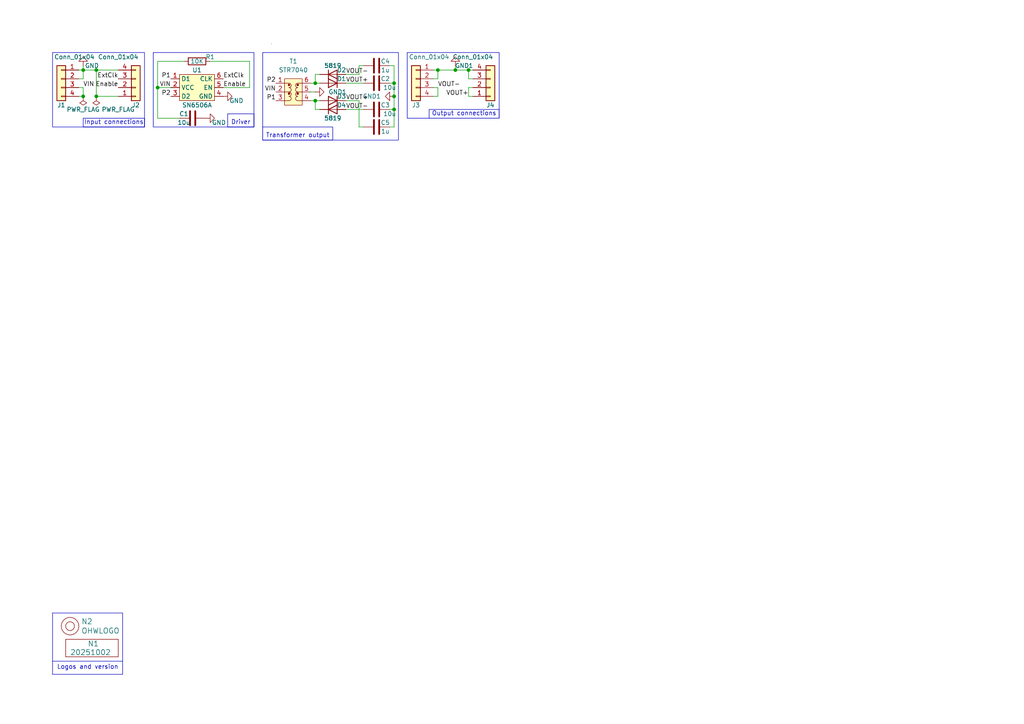
<source format=kicad_sch>
(kicad_sch (version 20250114) (generator "eeschema") (generator_version "9.0")
  (paper "A4")
  (lib_symbols
    (symbol "Connector_Generic:Conn_01x04" (pin_names (offset 1.016) (hide yes))
      (property "Reference" "J" (at 0 5.08 0))
      (property "Value" "Conn_01x04" (at 0 -7.62 0))
      (symbol "Conn_01x04_1_1"
        (rectangle (start -1.27 3.81) (end 1.27 -6.35) (stroke (width 0.254)) (fill (type background)))
        (rectangle (start -1.27 2.667) (end 0 2.413) (stroke (width 0.1524)))
        (rectangle (start -1.27 0.127) (end 0 -0.127) (stroke (width 0.1524)))
        (rectangle (start -1.27 -2.413) (end 0 -2.667) (stroke (width 0.1524)))
        (rectangle (start -1.27 -4.953) (end 0 -5.207) (stroke (width 0.1524)))
        (pin passive line (at -5.08 2.54 0) (length 3.81) (name "Pin_1") (number "1"))
        (pin passive line (at -5.08 0 0) (length 3.81) (name "Pin_2") (number "2"))
        (pin passive line (at -5.08 -2.54 0) (length 3.81) (name "Pin_3") (number "3"))
        (pin passive line (at -5.08 -5.08 0) (length 3.81) (name "Pin_4") (number "4"))
      )
    )
    (symbol "Device:C" (pin_numbers (hide yes)) (pin_names (offset 0.254))
      (property "Reference" "C" (at 0.635 2.54 0))
      (property "Value" "C" (at 0.635 -2.54 0))
      (symbol "C_0_1"
        (polyline (pts (xy -2.032 0.762) (xy 2.032 0.762)) (stroke (width 0.508)))
        (polyline (pts (xy -2.032 -0.762) (xy 2.032 -0.762)) (stroke (width 0.508)))
      )
      (symbol "C_1_1"
        (pin passive line (at 0 3.81 270) (length 2.794) (name "~") (number "1"))
        (pin passive line (at 0 -3.81 90) (length 2.794) (name "~") (number "2"))
      )
    )
    (symbol "Device:D" (pin_numbers (hide yes)) (pin_names (offset 1.016) (hide yes))
      (property "Reference" "D" (at 0 2.54 0))
      (property "Value" "D" (at 0 -2.54 0))
      (symbol "D_0_1"
        (polyline (pts (xy -1.27 1.27) (xy -1.27 -1.27)) (stroke (width 0.254)))
        (polyline (pts (xy 1.27 1.27) (xy 1.27 -1.27) (xy -1.27 0) (xy 1.27 1.27)) (stroke (width 0.254)))
        (polyline (pts (xy 1.27 0) (xy -1.27 0)))
      )
      (symbol "D_1_1"
        (pin passive line (at -3.81 0 0) (length 2.54) (name "K") (number "1"))
        (pin passive line (at 3.81 0 180) (length 2.54) (name "A") (number "2"))
      )
    )
    (symbol "Device:R" (pin_numbers (hide yes)) (pin_names (offset 0))
      (property "Reference" "R" (at 2.032 0 90))
      (property "Value" "R" (at 0 0 90))
      (symbol "R_0_1"
        (rectangle (start -1.016 -2.54) (end 1.016 2.54) (stroke (width 0.254)))
      )
      (symbol "R_1_1"
        (pin passive line (at 0 3.81 270) (length 1.27) (name "~") (number "1"))
        (pin passive line (at 0 -3.81 90) (length 1.27) (name "~") (number "2"))
      )
    )
    (symbol "SquantorLabels:OHWLOGO" (pin_names (offset 1.016))
      (property "Reference" "N" (at 0 3.81 0))
      (property "Value" "OHWLOGO" (at 0 -3.81 0))
      (symbol "OHWLOGO_0_1"
        (circle (center 0 0) (radius 1.27))
        (circle (center 0 0) (radius 2.54))
      )
    )
    (symbol "SquantorLabels:VYYYYMMDD" (pin_names (offset 1.016))
      (property "Reference" "N" (at 0 2.54 0))
      (property "Value" "VYYYYMMDD" (at 0 0 0))
      (symbol "VYYYYMMDD_0_1"
        (rectangle (start 7.62 -1.27) (end -7.62 3.81))
      )
    )
    (symbol "SquantorTexasInstruments:SN6506"
      (property "Reference" "U" (at 0 5.08 0))
      (symbol "SN6506_1_1"
        (rectangle (start -5.08 3.81) (end 5.08 -3.81) (fill (type background)))
        (pin input line (at -7.62 2.54 0) (length 2.54) (name "D1") (number "1"))
        (pin power_in line (at -7.62 0 0) (length 2.54) (name "VCC") (number "2"))
        (pin input line (at -7.62 -2.54 0) (length 2.54) (name "D2") (number "3"))
        (pin input line (at 7.62 2.54 180) (length 2.54) (name "CLK") (number "6"))
        (pin input line (at 7.62 0 180) (length 2.54) (name "EN") (number "5"))
        (pin power_in line (at 7.62 -2.54 180) (length 2.54) (name "GND") (number "4"))
      )
    )
    (symbol "SquantorVPSC:T_6pin" (pin_names (hide yes))
      (property "Reference" "T" (at 0 5.08 0))
      (symbol "T_6pin_1_1"
        (rectangle (start -2.54 3.81) (end 2.54 -3.81) (fill (type background)))
        (polyline (pts (xy -2.54 2.54) (xy -1.27 2.54)))
        (polyline (pts (xy -2.54 0) (xy -1.27 0)))
        (polyline (pts (xy -2.54 -2.54) (xy -1.27 -2.54)))
        (circle (center -1.27 2.032) (radius 0.254) (fill (type outline)))
        (arc (start -1.27 2.54) (mid -0.635 1.905) (end -1.27 1.27))
        (arc (start -1.27 1.27) (mid -0.635 0.635) (end -1.27 0))
        (circle (center -1.27 -0.508) (radius 0.254) (fill (type outline)))
        (arc (start -1.27 0) (mid -0.635 -0.635) (end -1.27 -1.27))
        (arc (start -1.27 -1.27) (mid -0.635 -1.905) (end -1.27 -2.54))
        (circle (center 1.27 2.032) (radius 0.254) (fill (type outline)))
        (arc (start 1.27 1.27) (mid 0.635 1.905) (end 1.27 2.54))
        (arc (start 1.27 0) (mid 0.635 0.635) (end 1.27 1.27))
        (circle (center 1.27 -0.508) (radius 0.254) (fill (type outline)))
        (arc (start 1.27 -1.27) (mid 0.635 -0.635) (end 1.27 0))
        (arc (start 1.27 -2.54) (mid 0.635 -1.905) (end 1.27 -1.27))
        (polyline (pts (xy 2.54 2.54) (xy 1.27 2.54)))
        (polyline (pts (xy 2.54 0) (xy 1.27 0)))
        (polyline (pts (xy 2.54 -2.54) (xy 1.27 -2.54)))
        (pin passive line (at -5.08 2.54 0) (length 2.54) (name "N1_1") (number "1"))
        (pin passive line (at -5.08 0 0) (length 2.54) (name "N1_2") (number "2"))
        (pin passive line (at -5.08 -2.54 0) (length 2.54) (name "N1_3") (number "3"))
        (pin passive line (at 5.08 2.54 180) (length 2.54) (name "N2_1") (number "6"))
        (pin passive line (at 5.08 0 180) (length 2.54) (name "N2_2") (number "5"))
        (pin passive line (at 5.08 -2.54 180) (length 2.54) (name "N2_3") (number "4"))
      )
    )
    (symbol "power:GND" (power) (pin_numbers (hide yes)) (pin_names (offset 0) (hide yes))
      (property "Value" "GND" (at 0 -3.81 0))
      (symbol "GND_0_1"
        (polyline (pts (xy 0 0) (xy 0 -1.27) (xy 1.27 -1.27) (xy 0 -2.54) (xy -1.27 -1.27) (xy 0 -1.27)))
      )
      (symbol "GND_1_1"
        (pin power_in line (at 0 0 270) (length 0) (name "~") (number "1"))
      )
    )
    (symbol "power:GND1" (power) (pin_numbers (hide yes)) (pin_names (offset 0) (hide yes))
      (property "Value" "GND1" (at 0 -3.81 0))
      (symbol "GND1_0_1"
        (polyline (pts (xy 0 0) (xy 0 -1.27) (xy 1.27 -1.27) (xy 0 -2.54) (xy -1.27 -1.27) (xy 0 -1.27)))
      )
      (symbol "GND1_1_1"
        (pin power_in line (at 0 0 270) (length 0) (name "~") (number "1"))
      )
    )
    (symbol "power:PWR_FLAG" (power) (pin_numbers (hide yes)) (pin_names (offset 0) (hide yes))
      (property "Value" "PWR_FLAG" (at 0 3.81 0))
      (symbol "PWR_FLAG_0_0"
        (pin power_out line (at 0 0 90) (length 0) (name "~") (number "1"))
      )
      (symbol "PWR_FLAG_0_1"
        (polyline (pts (xy 0 0) (xy 0 1.27) (xy -1.016 1.905) (xy 0 2.54) (xy 1.016 1.905) (xy 0 1.27)))
      )
    )
  )
  (rectangle (start 44.45 15.24) (end 73.66 36.83))
  (rectangle (start 24.13 34.29) (end 41.91 36.83))
  (rectangle (start 76.2 36.83) (end 96.52 40.64))
  (rectangle (start 66.04 33.02) (end 73.66 36.83))
  (rectangle (start 76.2 15.24) (end 115.57 40.64))
  (rectangle (start 124.46 31.75) (end 144.78 34.29))
  (rectangle (start 15.24 15.24) (end 41.91 36.83))
  (rectangle (start 78.74 12.7) (end 78.74 12.7))
  (rectangle (start 118.11 15.24) (end 144.78 34.29))
  (text "Output connections" (at 134.62 33.02 0) (effects (font (size 1.27 1.27))))
  (text "Driver" (at 69.85 35.56 0) (effects (font (size 1.27 1.27))))
  (text "Logos and version" (at 16.51 194.31 0) (effects (font (size 1.27 1.27)) (justify left bottom)))
  (text "Transformer output" (at 86.36 39.37 0) (effects (font (size 1.27 1.27))))
  (text "Input connections" (at 33.02 35.56 0) (effects (font (size 1.27 1.27))))
  (junction (at 27.94 20.32))
  (junction (at 114.3 31.75))
  (junction (at 27.94 27.94))
  (junction (at 24.13 27.94))
  (junction (at 114.3 24.13))
  (junction (at 135.89 20.32))
  (junction (at 127 20.32))
  (junction (at 91.44 24.13))
  (junction (at 132.08 20.32))
  (junction (at 91.44 29.21))
  (junction (at 114.3 27.94))
  (junction (at 24.13 20.32))
  (junction (at 45.72 25.4))
  (wire (pts (xy 45.72 25.4) (xy 45.72 17.78)))
  (wire (pts (xy 104.14 19.05) (xy 104.14 21.59)))
  (wire (pts (xy 52.07 34.29) (xy 45.72 34.29)))
  (wire (pts (xy 137.16 25.4) (xy 135.89 25.4)))
  (wire (pts (xy 113.03 36.83) (xy 114.3 36.83)))
  (wire (pts (xy 100.33 24.13) (xy 105.41 24.13)))
  (polyline (pts (xy 15.24 177.8) (xy 15.24 195.58)))
  (polyline (pts (xy 35.56 177.8) (xy 15.24 177.8)))
  (wire (pts (xy 135.89 27.94) (xy 137.16 27.94)))
  (wire (pts (xy 127 25.4) (xy 127 27.94)))
  (wire (pts (xy 135.89 22.86) (xy 135.89 20.32)))
  (wire (pts (xy 72.39 25.4) (xy 72.39 17.78)))
  (wire (pts (xy 90.17 24.13) (xy 91.44 24.13)))
  (wire (pts (xy 49.53 25.4) (xy 45.72 25.4)))
  (wire (pts (xy 114.3 24.13) (xy 114.3 27.94)))
  (wire (pts (xy 27.94 27.94) (xy 34.29 27.94)))
  (wire (pts (xy 105.41 19.05) (xy 104.14 19.05)))
  (wire (pts (xy 45.72 17.78) (xy 53.34 17.78)))
  (wire (pts (xy 104.14 36.83) (xy 105.41 36.83)))
  (wire (pts (xy 24.13 20.32) (xy 24.13 22.86)))
  (wire (pts (xy 113.03 19.05) (xy 114.3 19.05)))
  (wire (pts (xy 91.44 24.13) (xy 91.44 21.59)))
  (wire (pts (xy 91.44 24.13) (xy 92.71 24.13)))
  (wire (pts (xy 72.39 17.78) (xy 60.96 17.78)))
  (wire (pts (xy 100.33 31.75) (xy 105.41 31.75)))
  (wire (pts (xy 125.73 20.32) (xy 127 20.32)))
  (wire (pts (xy 91.44 29.21) (xy 92.71 29.21)))
  (wire (pts (xy 27.94 20.32) (xy 27.94 27.94)))
  (wire (pts (xy 64.77 25.4) (xy 72.39 25.4)))
  (wire (pts (xy 22.86 20.32) (xy 24.13 20.32)))
  (wire (pts (xy 132.08 20.32) (xy 135.89 20.32)))
  (wire (pts (xy 113.03 24.13) (xy 114.3 24.13)))
  (wire (pts (xy 92.71 31.75) (xy 91.44 31.75)))
  (wire (pts (xy 137.16 22.86) (xy 135.89 22.86)))
  (wire (pts (xy 135.89 20.32) (xy 137.16 20.32)))
  (wire (pts (xy 22.86 22.86) (xy 24.13 22.86)))
  (wire (pts (xy 113.03 31.75) (xy 114.3 31.75)))
  (wire (pts (xy 24.13 27.94) (xy 24.13 25.4)))
  (wire (pts (xy 24.13 19.05) (xy 24.13 20.32)))
  (wire (pts (xy 91.44 29.21) (xy 91.44 31.75)))
  (wire (pts (xy 24.13 20.32) (xy 27.94 20.32)))
  (wire (pts (xy 22.86 27.94) (xy 24.13 27.94)))
  (polyline (pts (xy 35.56 195.58) (xy 35.56 177.8)))
  (wire (pts (xy 45.72 34.29) (xy 45.72 25.4)))
  (polyline (pts (xy 15.24 195.58) (xy 35.56 195.58)))
  (wire (pts (xy 100.33 21.59) (xy 104.14 21.59)))
  (wire (pts (xy 114.3 19.05) (xy 114.3 24.13)))
  (wire (pts (xy 135.89 25.4) (xy 135.89 27.94)))
  (wire (pts (xy 90.17 26.67) (xy 91.44 26.67)))
  (wire (pts (xy 132.08 20.32) (xy 132.08 19.05)))
  (wire (pts (xy 125.73 27.94) (xy 127 27.94)))
  (wire (pts (xy 100.33 29.21) (xy 104.14 29.21)))
  (wire (pts (xy 104.14 29.21) (xy 104.14 36.83)))
  (wire (pts (xy 114.3 27.94) (xy 114.3 31.75)))
  (wire (pts (xy 125.73 25.4) (xy 127 25.4)))
  (wire (pts (xy 22.86 25.4) (xy 24.13 25.4)))
  (wire (pts (xy 127 20.32) (xy 132.08 20.32)))
  (wire (pts (xy 114.3 36.83) (xy 114.3 31.75)))
  (wire (pts (xy 90.17 29.21) (xy 91.44 29.21)))
  (polyline (pts (xy 15.24 191.77) (xy 35.56 191.77)))
  (wire (pts (xy 125.73 22.86) (xy 127 22.86)))
  (wire (pts (xy 91.44 21.59) (xy 92.71 21.59)))
  (wire (pts (xy 34.29 20.32) (xy 27.94 20.32)))
  (wire (pts (xy 127 22.86) (xy 127 20.32)))
  (label "ExtClk" (at 34.29 22.86 180))
  (label "VIN" (at 24.13 25.4 0))
  (label "P2" (at 80.01 24.13 180))
  (label "VIN" (at 49.53 25.4 180))
  (label "ExtClk" (at 64.77 22.86 0))
  (label "P1" (at 49.53 22.86 180))
  (label "P1" (at 80.01 29.21 180))
  (label "VOUT+" (at 135.89 27.94 180))
  (label "VIN" (at 80.01 26.67 180))
  (label "Enable" (at 64.77 25.4 0))
  (label "P2" (at 49.53 27.94 180))
  (label "VOUT-" (at 100.33 31.75 0))
  (label "VOUT+" (at 100.33 29.21 0))
  (label "VOUT+" (at 100.33 24.13 0))
  (label "VOUT-" (at 127 25.4 0))
  (label "Enable" (at 34.29 25.4 180))
  (label "VOUT-" (at 100.33 21.59 0))
  (symbol (lib_id "SquantorLabels:VYYYYMMDD") (at 26.67 189.23 0) (unit 1)
    (property "Reference" "N1" (at 25.4 186.69 0) (effects (font (size 1.524 1.524)) (justify left)))
    (property "Value" "20251002" (at 20.32 189.23 0) (effects (font (size 1.524 1.524)) (justify left)))
    (property "Footprint" "SquantorLabels:Label_Generic" (effects (hide yes)))
  )
  (symbol (lib_id "SquantorLabels:OHWLOGO") (at 20.32 181.61 0) (unit 1)
    (property "Reference" "N2" (at 23.5712 180.2638 0) (effects (font (size 1.524 1.524)) (justify left)))
    (property "Value" "OHWLOGO" (at 23.5712 182.9562 0) (effects (font (size 1.524 1.524)) (justify left)))
    (property "Footprint" "Symbol:OSHW-Symbol_6.7x6mm_SilkScreen" (effects (hide yes)))
  )
  (symbol (lib_id "power:GND") (at 64.77 27.94 90) (unit 1)
    (property "Reference" "#PWR03" (effects (hide yes)))
    (property "Value" "GND" (at 68.58 29.21 90))
    (property "Description" "Power symbol creates a global label with name \"GND\" , ground" (effects (hide yes)))
  )
  (symbol (lib_id "power:GND") (at 24.13 19.05 180) (unit 1)
    (property "Reference" "#PWR01" (effects (hide yes)))
    (property "Value" "GND" (at 26.67 19.05 0))
    (property "Description" "Power symbol creates a global label with name \"GND\" , ground" (effects (hide yes)))
  )
  (symbol (lib_id "Device:D") (at 96.52 24.13 180) (unit 1)
    (property "Reference" "D1" (at 99.06 22.86 0))
    (property "Value" "5819" (at 96.52 19.05 0))
    (property "Footprint" "SquantorDiodes:SOD-323HE-shikues" (effects (hide yes)))
    (property "Description" "Diode" (effects (hide yes)))
    (property "Sim.Device" "D" (effects (hide yes)))
    (property "Sim.Pins" "1=K 2=A" (effects (hide yes)))
  )
  (symbol (lib_id "Device:R") (at 57.15 17.78 90) (unit 1)
    (property "Reference" "R1" (at 60.96 16.51 90))
    (property "Value" "10K" (at 57.15 17.78 90))
    (property "Footprint" "SquantorResistor:R_0603_hand" (effects (hide yes)))
    (property "Description" "Resistor" (effects (hide yes)))
  )
  (symbol (lib_id "Connector_Generic:Conn_01x04") (at 142.24 25.4 0) (mirror x) (unit 1)
    (property "Reference" "J4" (at 142.24 30.48 0))
    (property "Value" "Conn_01x04" (at 137.16 16.51 0))
    (property "Footprint" "SquantorConnectors:Header-0254-1X04-H010" (effects (hide yes)))
    (property "Description" "Generic connector, single row, 01x04, script generated (kicad-library-utils/schlib/autogen/connector/)" (effects (hide yes)))
  )
  (symbol (lib_id "Connector_Generic:Conn_01x04") (at 120.65 22.86 0) (mirror y) (unit 1)
    (property "Reference" "J3" (at 120.65 30.48 0))
    (property "Value" "Conn_01x04" (at 124.46 16.51 0))
    (property "Footprint" "SquantorConnectors:Header-0254-1X04-H010" (effects (hide yes)))
    (property "Description" "Generic connector, single row, 01x04, script generated (kicad-library-utils/schlib/autogen/connector/)" (effects (hide yes)))
  )
  (symbol (lib_id "SquantorTexasInstruments:SN6506") (at 57.15 25.4 0) (unit 1)
    (property "Reference" "U1" (at 57.15 20.32 0))
    (property "Value" "SN6506A" (at 57.15 30.48 0))
    (property "Footprint" "SquantorIC:SOT23-6-TI" (effects (hide yes)))
  )
  (symbol (lib_id "power:GND1") (at 91.44 26.67 90) (unit 1)
    (property "Reference" "#PWR04" (effects (hide yes)))
    (property "Value" "GND1" (at 95.25 26.6699 90) (effects (justify right)))
    (property "Description" "Power symbol creates a global label with name \"GND1\" , ground" (effects (hide yes)))
  )
  (symbol (lib_id "power:GND1") (at 132.08 19.05 0) (mirror x) (unit 1)
    (property "Reference" "#PWR06" (effects (hide yes)))
    (property "Value" "GND1" (at 134.62 19.05 0))
    (property "Description" "Power symbol creates a global label with name \"GND1\" , ground" (effects (hide yes)))
  )
  (symbol (lib_id "Device:D") (at 96.52 21.59 0) (unit 1)
    (property "Reference" "D2" (at 99.06 20.32 0))
    (property "Value" "5819" (at 96.52 19.05 0))
    (property "Footprint" "SquantorDiodes:SOD-323HE-shikues" (effects (hide yes)))
    (property "Description" "Diode" (effects (hide yes)))
    (property "Sim.Device" "D" (effects (hide yes)))
    (property "Sim.Pins" "1=K 2=A" (effects (hide yes)))
  )
  (symbol (lib_id "Device:D") (at 96.52 31.75 0) (unit 1)
    (property "Reference" "D4" (at 99.06 30.48 0))
    (property "Value" "5819" (at 96.52 34.29 0))
    (property "Footprint" "SquantorDiodes:SOD-323HE-shikues" (effects (hide yes)))
    (property "Description" "Diode" (effects (hide yes)))
    (property "Sim.Device" "D" (effects (hide yes)))
    (property "Sim.Pins" "1=K 2=A" (effects (hide yes)))
  )
  (symbol (lib_id "power:GND1") (at 114.3 27.94 270) (unit 1)
    (property "Reference" "#PWR05" (effects (hide yes)))
    (property "Value" "GND1" (at 110.49 27.9399 90) (effects (justify right)))
    (property "Description" "Power symbol creates a global label with name \"GND1\" , ground" (effects (hide yes)))
  )
  (symbol (lib_id "Device:C") (at 109.22 36.83 90) (unit 1)
    (property "Reference" "C5" (at 111.76 35.56 90))
    (property "Value" "1u" (at 111.76 38.1 90))
    (property "Footprint" "SquantorCapacitor:C_0603" (effects (hide yes)))
    (property "Description" "Unpolarized capacitor" (effects (hide yes)))
  )
  (symbol (lib_id "Device:C") (at 109.22 24.13 90) (unit 1)
    (property "Reference" "C2" (at 111.76 22.86 90))
    (property "Value" "10u" (at 113.03 25.4 90))
    (property "Footprint" "SquantorCapacitor:C_1206_0805" (effects (hide yes)))
    (property "Description" "Unpolarized capacitor" (effects (hide yes)))
  )
  (symbol (lib_id "Device:D") (at 96.52 29.21 180) (unit 1)
    (property "Reference" "D3" (at 99.06 27.94 0))
    (property "Value" "5819" (at 96.52 34.29 0))
    (property "Footprint" "SquantorDiodes:SOD-323HE-shikues" (effects (hide yes)))
    (property "Description" "Diode" (effects (hide yes)))
    (property "Sim.Device" "D" (effects (hide yes)))
    (property "Sim.Pins" "1=K 2=A" (effects (hide yes)))
  )
  (symbol (lib_id "SquantorVPSC:T_6pin") (at 85.09 26.67 0) (unit 1)
    (property "Reference" "T1" (at 85.09 17.78 0))
    (property "Value" "STR7040" (at 85.09 20.32 0))
    (property "Footprint" "SquantorFangCheng:T-3_8W-6Pin_hand" (effects (hide yes)))
  )
  (symbol (lib_id "power:PWR_FLAG") (at 27.94 27.94 180) (unit 1)
    (property "Reference" "#FLG01" (effects (hide yes)))
    (property "Value" "PWR_FLAG" (at 34.29 31.75 0))
    (property "Description" "Special symbol for telling ERC where power comes from" (effects (hide yes)))
  )
  (symbol (lib_id "Device:C") (at 109.22 31.75 90) (unit 1)
    (property "Reference" "C3" (at 111.76 30.48 90))
    (property "Value" "10u" (at 113.03 33.02 90))
    (property "Footprint" "SquantorCapacitor:C_1206_0805" (effects (hide yes)))
    (property "Description" "Unpolarized capacitor" (effects (hide yes)))
  )
  (symbol (lib_id "power:PWR_FLAG") (at 24.13 27.94 0) (mirror x) (unit 1)
    (property "Reference" "#FLG02" (effects (hide yes)))
    (property "Value" "PWR_FLAG" (at 24.13 31.75 0))
    (property "Description" "Special symbol for telling ERC where power comes from" (effects (hide yes)))
  )
  (symbol (lib_id "power:GND") (at 59.69 34.29 90) (unit 1)
    (property "Reference" "#PWR02" (effects (hide yes)))
    (property "Value" "GND" (at 63.5 35.56 90))
    (property "Description" "Power symbol creates a global label with name \"GND\" , ground" (effects (hide yes)))
  )
  (symbol (lib_id "Device:C") (at 109.22 19.05 90) (unit 1)
    (property "Reference" "C4" (at 111.76 17.78 90))
    (property "Value" "1u" (at 111.76 20.32 90))
    (property "Footprint" "SquantorCapacitor:C_0603" (effects (hide yes)))
    (property "Description" "Unpolarized capacitor" (effects (hide yes)))
  )
  (symbol (lib_id "Connector_Generic:Conn_01x04") (at 39.37 25.4 0) (mirror x) (unit 1)
    (property "Reference" "J2" (at 39.37 30.48 0))
    (property "Value" "Conn_01x04" (at 34.29 16.51 0))
    (property "Footprint" "SquantorConnectors:Header-0254-1X04-H010" (effects (hide yes)))
    (property "Description" "Generic connector, single row, 01x04, script generated (kicad-library-utils/schlib/autogen/connector/)" (effects (hide yes)))
  )
  (symbol (lib_id "Connector_Generic:Conn_01x04") (at 17.78 22.86 0) (mirror y) (unit 1)
    (property "Reference" "J1" (at 17.78 30.48 0))
    (property "Value" "Conn_01x04" (at 21.59 16.51 0))
    (property "Footprint" "SquantorConnectors:Header-0254-1X04-H010" (effects (hide yes)))
    (property "Description" "Generic connector, single row, 01x04, script generated (kicad-library-utils/schlib/autogen/connector/)" (effects (hide yes)))
  )
  (symbol (lib_id "Device:C") (at 55.88 34.29 270) (unit 1)
    (property "Reference" "C1" (at 53.34 33.02 90))
    (property "Value" "10u" (at 53.34 35.56 90))
    (property "Footprint" "SquantorCapacitor:C_1206_0805" (effects (hide yes)))
    (property "Description" "Unpolarized capacitor" (effects (hide yes)))
  )
)
</source>
